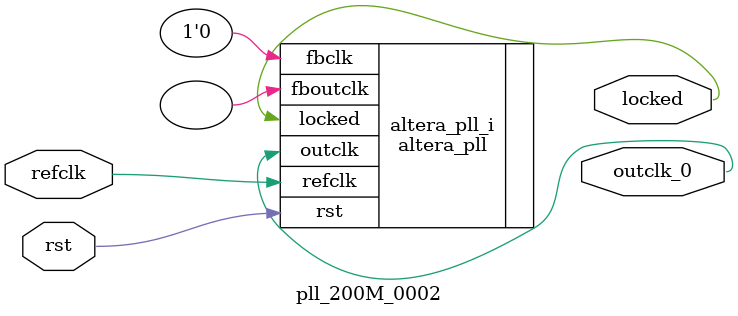
<source format=v>
`timescale 1ns/10ps
module  pll_200M_0002(

	// interface 'refclk'
	input wire refclk,

	// interface 'reset'
	input wire rst,

	// interface 'outclk0'
	output wire outclk_0,

	// interface 'locked'
	output wire locked
);

	altera_pll #(
		.fractional_vco_multiplier("false"),
		.reference_clock_frequency("50.0 MHz"),
		.operation_mode("direct"),
		.number_of_clocks(1),
		.output_clock_frequency0("200.000000 MHz"),
		.phase_shift0("0 ps"),
		.duty_cycle0(50),
		.output_clock_frequency1("0 MHz"),
		.phase_shift1("0 ps"),
		.duty_cycle1(50),
		.output_clock_frequency2("0 MHz"),
		.phase_shift2("0 ps"),
		.duty_cycle2(50),
		.output_clock_frequency3("0 MHz"),
		.phase_shift3("0 ps"),
		.duty_cycle3(50),
		.output_clock_frequency4("0 MHz"),
		.phase_shift4("0 ps"),
		.duty_cycle4(50),
		.output_clock_frequency5("0 MHz"),
		.phase_shift5("0 ps"),
		.duty_cycle5(50),
		.output_clock_frequency6("0 MHz"),
		.phase_shift6("0 ps"),
		.duty_cycle6(50),
		.output_clock_frequency7("0 MHz"),
		.phase_shift7("0 ps"),
		.duty_cycle7(50),
		.output_clock_frequency8("0 MHz"),
		.phase_shift8("0 ps"),
		.duty_cycle8(50),
		.output_clock_frequency9("0 MHz"),
		.phase_shift9("0 ps"),
		.duty_cycle9(50),
		.output_clock_frequency10("0 MHz"),
		.phase_shift10("0 ps"),
		.duty_cycle10(50),
		.output_clock_frequency11("0 MHz"),
		.phase_shift11("0 ps"),
		.duty_cycle11(50),
		.output_clock_frequency12("0 MHz"),
		.phase_shift12("0 ps"),
		.duty_cycle12(50),
		.output_clock_frequency13("0 MHz"),
		.phase_shift13("0 ps"),
		.duty_cycle13(50),
		.output_clock_frequency14("0 MHz"),
		.phase_shift14("0 ps"),
		.duty_cycle14(50),
		.output_clock_frequency15("0 MHz"),
		.phase_shift15("0 ps"),
		.duty_cycle15(50),
		.output_clock_frequency16("0 MHz"),
		.phase_shift16("0 ps"),
		.duty_cycle16(50),
		.output_clock_frequency17("0 MHz"),
		.phase_shift17("0 ps"),
		.duty_cycle17(50),
		.pll_type("General"),
		.pll_subtype("General")
	) altera_pll_i (
		.rst	(rst),
		.outclk	({outclk_0}),
		.locked	(locked),
		.fboutclk	( ),
		.fbclk	(1'b0),
		.refclk	(refclk)
	);
endmodule


</source>
